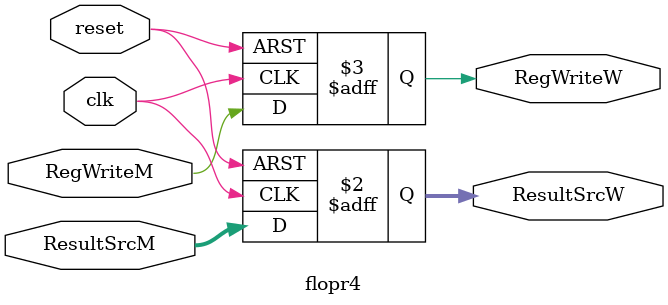
<source format=sv>
module flopr4(input  logic clk, reset,
              input  logic [2:0] ResultSrcM,
              input  logic       RegWriteM,
                  
              output logic [2:0] ResultSrcW,
              output logic       RegWriteW
              );
                  
always_ff @(posedge clk, posedge reset)
    if(reset)
        begin
            ResultSrcW  <= 3'b0;
            RegWriteW   <= 1'b0;   
        end
    else
        begin
            ResultSrcW  <= ResultSrcM;
            RegWriteW   <= RegWriteM;   
        end

endmodule
</source>
